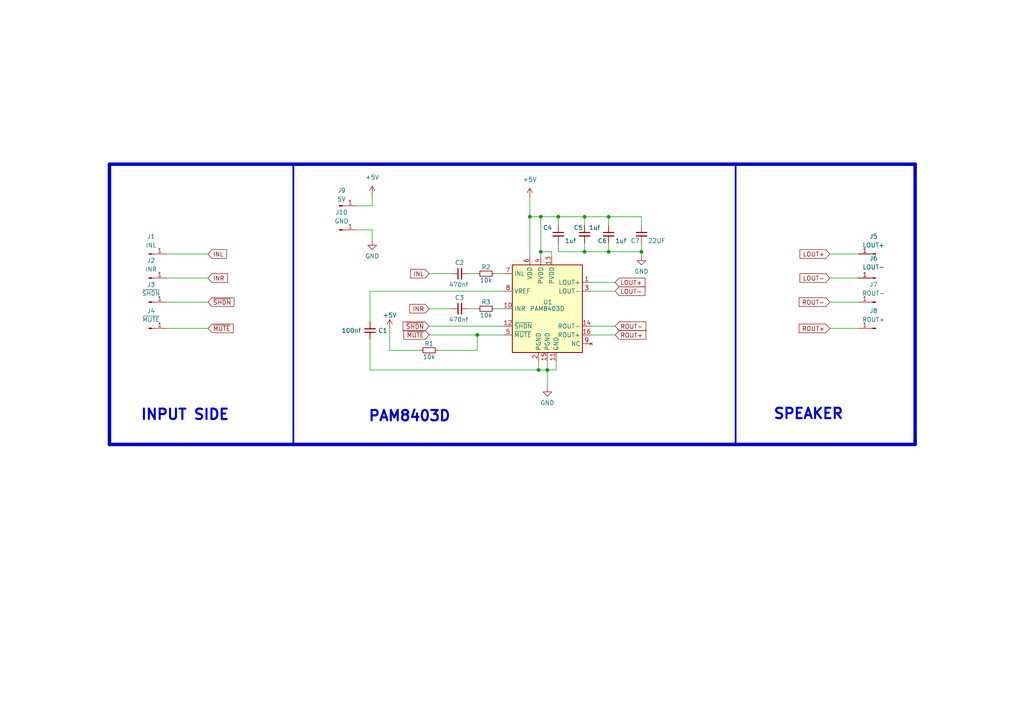
<source format=kicad_sch>
(kicad_sch (version 20211123) (generator eeschema)
  (paper "A4")
  (title_block (title "PAM8403D-KIT") (company "SPECIFIC_ELECTRONICS") (comment 1 "Author - Debraj Das") (comment 2 "Date - 1/11/2022"))
  (lib_symbols
    (symbol "Amplifier_Audio:PAM8403D"
      (property "Reference" "U?" (at -15.875 24.13 0))
      (property "Value" "PAM8403D" (at -19.685 22.225 0))
      (symbol "PAM8403D_0_1"
        (rectangle (start -10.16 12.7) (end 10.16 -12.7) (stroke (width 0.254)) (fill (type background)))
      )
      (symbol "PAM8403D_1_1"
        (pin output line (at 12.7 7.62 180) (length 2.54) (name "LOUT+") (number "1"))
        (pin input line (at -12.7 0 0) (length 2.54) (name "INR") (number "10"))
        (pin power_in line (at 2.54 -15.24 90) (length 2.54) (name "GND") (number "11"))
        (pin input line (at -12.7 -5.08 0) (length 2.54) (name "~{SHDN}") (number "12"))
        (pin input line (at 1.27 15.24 270) (length 2.54) (name "PVDD") (number "13"))
        (pin output line (at 12.7 -5.08 180) (length 2.54) (name "ROUT-") (number "14"))
        (pin passive line (at 0 -15.24 90) (length 2.54) (name "PGND") (number "15"))
        (pin output line (at 12.7 -7.62 180) (length 2.54) (name "ROUT+") (number "16"))
        (pin power_in line (at -2.54 -15.24 90) (length 2.54) (name "PGND") (number "2"))
        (pin output line (at 12.7 5.08 180) (length 2.54) (name "LOUT-") (number "3"))
        (pin power_in line (at -1.905 15.24 270) (length 2.54) (name "PVDD") (number "4"))
        (pin input line (at -12.7 -7.62 0) (length 2.54) (name "~{MUTE}") (number "5"))
        (pin power_in line (at -5.08 15.24 270) (length 2.54) (name "VDD") (number "6"))
        (pin input line (at -12.7 10.16 0) (length 2.54) (name "INL") (number "7"))
        (pin input line (at -12.7 5.08 0) (length 2.54) (name "VREF") (number "8"))
        (pin no_connect line (at 12.7 -10.16 180) (length 2.54) (name "NC") (number "9"))
      )
    )
    (symbol "Connector:Conn_01x01_Male" (pin_names (offset 1.016) hide)
      (property "Reference" "J" (at 0 2.54 0))
      (property "Value" "Conn_01x01_Male" (at 0 -2.54 0))
      (symbol "Conn_01x01_Male_1_1"
        (polyline (pts (xy 1.27 0) (xy 0.8636 0)) (stroke (width 0.1524)))
        (rectangle (start 0.8636 0.127) (end 0 -0.127) (stroke (width 0.1524)) (fill (type outline)))
        (pin passive line (at 5.08 0 180) (length 3.81) (name "Pin_1") (number "1"))
      )
    )
    (symbol "Device:C_Small" (pin_numbers hide) (pin_names (offset 0.254) hide)
      (property "Reference" "C" (at 0.254 1.778 0))
      (property "Value" "C_Small" (at 0.254 -2.032 0))
      (symbol "C_Small_0_1"
        (polyline (pts (xy -1.524 -0.508) (xy 1.524 -0.508)) (stroke (width 0.3302)))
        (polyline (pts (xy -1.524 0.508) (xy 1.524 0.508)) (stroke (width 0.3048)))
      )
      (symbol "C_Small_1_1"
        (pin passive line (at 0 2.54 270) (length 2.032) (name "~") (number "1"))
        (pin passive line (at 0 -2.54 90) (length 2.032) (name "~") (number "2"))
      )
    )
    (symbol "Device:R_Small" (pin_numbers hide) (pin_names (offset 0.254) hide)
      (property "Reference" "R" (at 0.762 0.508 0))
      (property "Value" "R_Small" (at 0.762 -1.016 0))
      (symbol "R_Small_0_1"
        (rectangle (start -0.762 1.778) (end 0.762 -1.778) (stroke (width 0.2032)))
      )
      (symbol "R_Small_1_1"
        (pin passive line (at 0 2.54 270) (length 0.762) (name "~") (number "1"))
        (pin passive line (at 0 -2.54 90) (length 0.762) (name "~") (number "2"))
      )
    )
    (symbol "power:+5V" (power) (pin_names (offset 0))
      (property "Value" "+5V" (at 0 3.556 0))
      (symbol "+5V_0_1"
        (polyline (pts (xy -0.762 1.27) (xy 0 2.54)))
        (polyline (pts (xy 0 0) (xy 0 2.54)))
        (polyline (pts (xy 0 2.54) (xy 0.762 1.27)))
      )
      (symbol "+5V_1_1"
        (pin power_in line (at 0 0 90) (length 0) hide (name "+5V") (number "1"))
      )
    )
    (symbol "power:GND" (power) (pin_names (offset 0))
      (property "Value" "GND" (at 0 -3.81 0))
      (symbol "GND_0_1"
        (polyline (pts (xy 0 0) (xy 0 -1.27) (xy 1.27 -1.27) (xy 0 -2.54) (xy -1.27 -1.27) (xy 0 -1.27)))
      )
      (symbol "GND_1_1"
        (pin power_in line (at 0 0 270) (length 0) hide (name "GND") (number "1"))
      )
    )
  )
  (junction (at 161.925 62.865))
  (junction (at 158.75 107.315))
  (junction (at 156.845 73.025))
  (junction (at 156.845 62.865))
  (junction (at 153.67 62.865))
  (junction (at 169.545 73.025))
  (junction (at 138.43 97.155))
  (junction (at 186.055 73.025))
  (junction (at 156.21 107.315))
  (junction (at 169.545 62.865))
  (junction (at 176.53 62.865))
  (junction (at 176.53 73.025))
  (wire (pts (xy 161.925 70.485) (xy 161.925 73.025)))
  (wire (pts (xy 161.29 104.775) (xy 161.29 107.315)))
  (wire (pts (xy 107.315 93.345) (xy 107.315 84.455)))
  (polyline (pts (xy 31.75 47.625) (xy 265.43 47.625)) (stroke (width 1) (type solid)))
  (wire (pts (xy 153.67 62.865) (xy 156.845 62.865)))
  (wire (pts (xy 124.46 89.535) (xy 130.81 89.535)))
  (wire (pts (xy 113.03 95.25) (xy 113.03 101.6)))
  (wire (pts (xy 240.665 80.645) (xy 248.92 80.645)))
  (polyline (pts (xy 31.75 47.625) (xy 31.75 128.905)) (stroke (width 1) (type solid)))
  (wire (pts (xy 171.45 81.915) (xy 178.435 81.915)))
  (wire (pts (xy 156.21 104.775) (xy 156.21 107.315)))
  (wire (pts (xy 138.43 97.155) (xy 138.43 101.6)))
  (wire (pts (xy 124.46 94.615) (xy 146.05 94.615)))
  (polyline (pts (xy 213.36 47.625) (xy 213.36 128.905)) (stroke (width 0.5) (type solid)))
  (wire (pts (xy 113.03 101.6) (xy 121.92 101.6)))
  (wire (pts (xy 186.055 73.025) (xy 186.055 74.295)))
  (wire (pts (xy 158.75 104.775) (xy 158.75 107.315)))
  (wire (pts (xy 124.46 79.375) (xy 130.81 79.375)))
  (polyline (pts (xy 85.09 47.625) (xy 85.09 128.905)) (stroke (width 0.5) (type solid)))
  (wire (pts (xy 48.26 87.63) (xy 60.325 87.63)))
  (wire (pts (xy 161.925 62.865) (xy 169.545 62.865)))
  (wire (pts (xy 158.75 107.315) (xy 158.75 112.395)))
  (wire (pts (xy 160.02 73.025) (xy 156.845 73.025)))
  (wire (pts (xy 169.545 70.485) (xy 169.545 73.025)))
  (wire (pts (xy 171.45 94.615) (xy 178.435 94.615)))
  (wire (pts (xy 135.89 89.535) (xy 138.43 89.535)))
  (wire (pts (xy 48.26 73.66) (xy 60.325 73.66)))
  (wire (pts (xy 156.845 74.295) (xy 156.845 73.025)))
  (wire (pts (xy 156.21 107.315) (xy 158.75 107.315)))
  (wire (pts (xy 138.43 97.155) (xy 146.05 97.155)))
  (wire (pts (xy 107.315 98.425) (xy 107.315 107.315)))
  (polyline (pts (xy 265.43 128.905) (xy 31.75 128.905)) (stroke (width 1) (type solid)))
  (wire (pts (xy 176.53 73.025) (xy 186.055 73.025)))
  (wire (pts (xy 161.29 107.315) (xy 158.75 107.315)))
  (wire (pts (xy 161.925 73.025) (xy 169.545 73.025)))
  (wire (pts (xy 127 101.6) (xy 138.43 101.6)))
  (wire (pts (xy 186.055 70.485) (xy 186.055 73.025)))
  (wire (pts (xy 171.45 97.155) (xy 178.435 97.155)))
  (wire (pts (xy 107.315 84.455) (xy 146.05 84.455)))
  (wire (pts (xy 186.055 65.405) (xy 186.055 62.865)))
  (wire (pts (xy 48.26 80.645) (xy 60.325 80.645)))
  (wire (pts (xy 176.53 73.025) (xy 176.53 70.485)))
  (polyline (pts (xy 265.43 47.625) (xy 265.43 128.905)) (stroke (width 1) (type solid)))
  (wire (pts (xy 171.45 84.455) (xy 178.435 84.455)))
  (wire (pts (xy 107.95 59.69) (xy 107.95 56.515)))
  (wire (pts (xy 156.845 73.025) (xy 156.845 62.865)))
  (wire (pts (xy 143.51 89.535) (xy 146.05 89.535)))
  (wire (pts (xy 135.89 79.375) (xy 138.43 79.375)))
  (wire (pts (xy 107.95 66.675) (xy 107.95 69.85)))
  (wire (pts (xy 240.665 95.25) (xy 248.92 95.25)))
  (wire (pts (xy 240.665 87.63) (xy 248.92 87.63)))
  (wire (pts (xy 48.26 95.25) (xy 60.325 95.25)))
  (wire (pts (xy 161.925 62.865) (xy 161.925 65.405)))
  (wire (pts (xy 156.845 62.865) (xy 161.925 62.865)))
  (wire (pts (xy 124.46 97.155) (xy 138.43 97.155)))
  (wire (pts (xy 103.505 59.69) (xy 107.95 59.69)))
  (wire (pts (xy 103.505 66.675) (xy 107.95 66.675)))
  (wire (pts (xy 186.055 62.865) (xy 176.53 62.865)))
  (wire (pts (xy 153.67 57.15) (xy 153.67 62.865)))
  (wire (pts (xy 169.545 62.865) (xy 169.545 65.405)))
  (wire (pts (xy 169.545 73.025) (xy 176.53 73.025)))
  (wire (pts (xy 176.53 62.865) (xy 176.53 65.405)))
  (polyline (pts (xy 97.155 128.905) (xy 96.52 128.905)))
  (wire (pts (xy 169.545 62.865) (xy 176.53 62.865)))
  (wire (pts (xy 153.67 74.295) (xy 153.67 62.865)))
  (wire (pts (xy 160.02 74.295) (xy 160.02 73.025)))
  (wire (pts (xy 240.665 73.66) (xy 248.92 73.66)))
  (wire (pts (xy 143.51 79.375) (xy 146.05 79.375)))
  (wire (pts (xy 107.315 107.315) (xy 156.21 107.315)))
  (text "PAM8403D" (at 106.68 122.555 0) (effects (font (size 3 3) (thickness 0.6) bold) (justify left bottom)))
  (text "INPUT SIDE\n\n" (at 40.64 127 0) (effects (font (size 3 3) (thickness 0.6) bold) (justify left bottom)))
  (text "SPEAKER\n" (at 224.155 121.92 0) (effects (font (size 3 3) (thickness 0.6) bold) (justify left bottom)))
  (global_label "ROUT-" (shape input) (at 240.665 87.63 180) (property "Intersheet References" "${INTERSHEET_REFS}" (effects hide)))
  (global_label "INL" (shape input) (at 60.325 73.66 0) (property "Intersheet References" "${INTERSHEET_REFS}" (effects hide)))
  (global_label "~{SHDN}" (shape input) (at 60.325 87.63 0) (property "Intersheet References" "${INTERSHEET_REFS}" (effects hide)))
  (global_label "INR" (shape input) (at 124.46 89.535 180) (property "Intersheet References" "${INTERSHEET_REFS}" (effects hide)))
  (global_label "LOUT-" (shape input) (at 240.665 80.645 180) (property "Intersheet References" "${INTERSHEET_REFS}" (effects hide)))
  (global_label "INL" (shape input) (at 124.46 79.375 180) (property "Intersheet References" "${INTERSHEET_REFS}" (effects hide)))
  (global_label "ROUT-" (shape input) (at 178.435 94.615 0) (property "Intersheet References" "${INTERSHEET_REFS}" (effects hide)))
  (global_label "LOUT+" (shape input) (at 178.435 81.915 0) (property "Intersheet References" "${INTERSHEET_REFS}" (effects hide)))
  (global_label "ROUT+" (shape input) (at 178.435 97.155 0) (property "Intersheet References" "${INTERSHEET_REFS}" (effects hide)))
  (global_label "~{SHDN}" (shape input) (at 124.46 94.615 180) (property "Intersheet References" "${INTERSHEET_REFS}" (effects hide)))
  (global_label "LOUT+" (shape input) (at 240.665 73.66 180) (property "Intersheet References" "${INTERSHEET_REFS}" (effects hide)))
  (global_label "INR" (shape input) (at 60.325 80.645 0) (property "Intersheet References" "${INTERSHEET_REFS}" (effects hide)))
  (global_label "LOUT-" (shape input) (at 178.435 84.455 0) (property "Intersheet References" "${INTERSHEET_REFS}" (effects hide)))
  (global_label "ROUT+" (shape input) (at 240.665 95.25 180) (property "Intersheet References" "${INTERSHEET_REFS}" (effects hide)))
  (global_label "~{MUTE}" (shape input) (at 124.46 97.155 180) (property "Intersheet References" "${INTERSHEET_REFS}" (effects hide)))
  (global_label "~{MUTE}" (shape input) (at 60.325 95.25 0) (property "Intersheet References" "${INTERSHEET_REFS}" (effects hide)))
  (symbol (lib_id "power:GND") (at 107.95 69.85 0) (unit 1)
    (property "Reference" "#PWR06" (effects hide))
    (property "Value" "GND" (at 107.95 74.295 0))
  )
  (symbol (lib_id "Device:R_Small") (at 140.97 89.535 90) (unit 1)
    (property "Reference" "R3" (at 140.97 87.63 90))
    (property "Value" "10k" (at 140.97 91.44 90))
    (property "Footprint" "Resistor_SMD:R_0603_1608Metric_Pad0.98x0.95mm_HandSolder" (effects hide))
  )
  (symbol (lib_id "Connector:Conn_01x01_Male") (at 43.18 95.25 0) (unit 1)
    (property "Reference" "J4" (at 43.815 90.17 0))
    (property "Value" "~{MUTE}" (at 43.815 92.71 0))
    (property "Footprint" "Connector_PinHeader_1.27mm:PinHeader_1x01_P1.27mm_Vertical" (effects hide))
  )
  (symbol (lib_id "Device:C_Small") (at 186.055 67.945 0) (unit 1)
    (property "Reference" "C7" (at 182.88 69.85 0) (effects (justify left)))
    (property "Value" "22UF" (at 187.96 69.85 0) (effects (justify left)))
    (property "Footprint" "Capacitor_SMD:C_0805_2012Metric_Pad1.18x1.45mm_HandSolder" (effects hide))
  )
  (symbol (lib_id "Connector:Conn_01x01_Male") (at 43.18 87.63 0) (unit 1)
    (property "Reference" "J3" (at 43.815 82.55 0))
    (property "Value" "~{SHDN}" (at 43.815 85.09 0))
    (property "Footprint" "Connector_PinHeader_1.27mm:PinHeader_1x01_P1.27mm_Vertical" (effects hide))
  )
  (symbol (lib_id "Connector:Conn_01x01_Male") (at 98.425 59.69 0) (unit 1)
    (property "Reference" "J9" (at 99.06 55.245 0))
    (property "Value" "5V" (at 99.06 57.785 0))
    (property "Footprint" "Connector_PinHeader_1.27mm:PinHeader_1x01_P1.27mm_Vertical" (effects hide))
  )
  (symbol (lib_id "Device:C_Small") (at 169.545 67.945 0) (unit 1)
    (property "Reference" "C5" (at 166.37 66.04 0) (effects (justify left)))
    (property "Value" "1uf" (at 170.815 66.04 0) (effects (justify left)))
    (property "Footprint" "Capacitor_SMD:C_0603_1608Metric_Pad1.08x0.95mm_HandSolder" (effects hide))
  )
  (symbol (lib_id "Connector:Conn_01x01_Male") (at 254 87.63 0) (mirror y) (unit 1)
    (property "Reference" "J7" (at 253.365 82.55 0))
    (property "Value" "ROUT-" (at 253.365 85.09 0))
    (property "Footprint" "Connector_PinHeader_1.27mm:PinHeader_1x01_P1.27mm_Vertical" (effects hide))
  )
  (symbol (lib_id "Connector:Conn_01x01_Male") (at 254 80.645 0) (mirror y) (unit 1)
    (property "Reference" "J6" (at 253.365 74.93 0))
    (property "Value" "LOUT-" (at 253.365 77.47 0))
    (property "Footprint" "Connector_PinHeader_1.27mm:PinHeader_1x01_P1.27mm_Vertical" (effects hide))
  )
  (symbol (lib_id "Amplifier_Audio:PAM8403D") (at 158.75 89.535 0) (unit 1)
    (property "Reference" "U1" (at 157.48 87.63 0) (effects (justify left)))
    (property "Value" "PAM8403D" (at 153.67 89.535 0) (effects (justify left)))
    (property "Footprint" "Package_SO:SOP-16_3.9x9.9mm_P1.27mm" (effects hide))
    (property "Datasheet" "https://www.diodes.com/assets/Datasheets/PAM8403.pdf" (effects hide))
  )
  (symbol (lib_id "Device:C_Small") (at 107.315 95.885 180) (unit 1)
    (property "Reference" "C1" (at 112.395 95.885 0) (effects (justify left)))
    (property "Value" "100nf" (at 104.775 95.885 0) (effects (justify left)))
    (property "Footprint" "Capacitor_SMD:C_0603_1608Metric_Pad1.08x0.95mm_HandSolder" (effects hide))
  )
  (symbol (lib_id "power:GND") (at 186.055 74.295 0) (unit 1)
    (property "Reference" "#PWR04" (effects hide))
    (property "Value" "GND" (at 186.055 78.74 0))
  )
  (symbol (lib_id "power:+5V") (at 113.03 95.25 0) (unit 1)
    (property "Reference" "#PWR01" (effects hide))
    (property "Value" "+5V" (at 113.03 91.44 0))
  )
  (symbol (lib_id "Connector:Conn_01x01_Male") (at 43.18 73.66 0) (unit 1)
    (property "Reference" "J1" (at 43.815 68.58 0))
    (property "Value" "INL" (at 43.815 71.12 0))
    (property "Footprint" "Connector_PinHeader_1.27mm:PinHeader_1x01_P1.27mm_Vertical" (effects hide))
  )
  (symbol (lib_id "power:GND") (at 158.75 112.395 0) (unit 1)
    (property "Reference" "#PWR03" (effects hide))
    (property "Value" "GND" (at 158.75 116.84 0))
  )
  (symbol (lib_id "Connector:Conn_01x01_Male") (at 43.18 80.645 0) (unit 1)
    (property "Reference" "J2" (at 43.815 75.565 0))
    (property "Value" "INR" (at 43.815 78.105 0))
    (property "Footprint" "Connector_PinHeader_1.27mm:PinHeader_1x01_P1.27mm_Vertical" (effects hide))
  )
  (symbol (lib_id "Connector:Conn_01x01_Male") (at 254 95.25 0) (mirror y) (unit 1)
    (property "Reference" "J8" (at 253.365 90.17 0))
    (property "Value" "ROUT+" (at 253.365 92.71 0))
    (property "Footprint" "Connector_PinHeader_1.27mm:PinHeader_1x01_P1.27mm_Vertical" (effects hide))
  )
  (symbol (lib_id "Device:C_Small") (at 161.925 67.945 0) (unit 1)
    (property "Reference" "C4" (at 157.48 66.04 0) (effects (justify left)))
    (property "Value" "1uf" (at 163.83 69.85 0) (effects (justify left)))
    (property "Footprint" "Capacitor_SMD:C_0603_1608Metric_Pad1.08x0.95mm_HandSolder" (effects hide))
  )
  (symbol (lib_id "Device:C_Small") (at 133.35 79.375 90) (unit 1)
    (property "Reference" "C2" (at 134.62 76.2 90) (effects (justify left)))
    (property "Value" "470nf" (at 135.89 82.55 90) (effects (justify left)))
    (property "Footprint" "Capacitor_SMD:C_0603_1608Metric_Pad1.08x0.95mm_HandSolder" (effects hide))
  )
  (symbol (lib_id "Device:R_Small") (at 140.97 79.375 90) (unit 1)
    (property "Reference" "R2" (at 140.97 77.47 90))
    (property "Value" "10k" (at 140.97 81.28 90))
    (property "Footprint" "Resistor_SMD:R_0603_1608Metric_Pad0.98x0.95mm_HandSolder" (effects hide))
  )
  (symbol (lib_id "Device:R_Small") (at 124.46 101.6 90) (unit 1)
    (property "Reference" "R1" (at 124.46 99.695 90))
    (property "Value" "10k" (at 124.46 103.505 90))
    (property "Footprint" "Resistor_SMD:R_0603_1608Metric_Pad0.98x0.95mm_HandSolder" (effects hide))
  )
  (symbol (lib_id "Connector:Conn_01x01_Male") (at 254 73.66 0) (mirror y) (unit 1)
    (property "Reference" "J5" (at 253.365 68.58 0))
    (property "Value" "LOUT+" (at 253.365 71.12 0))
    (property "Footprint" "Connector_PinHeader_1.27mm:PinHeader_1x01_P1.27mm_Vertical" (effects hide))
  )
  (symbol (lib_id "power:+5V") (at 107.95 56.515 0) (unit 1)
    (property "Reference" "#PWR05" (effects hide))
    (property "Value" "+5V" (at 107.95 51.435 0))
  )
  (symbol (lib_id "Device:C_Small") (at 133.35 89.535 90) (unit 1)
    (property "Reference" "C3" (at 134.62 86.36 90) (effects (justify left)))
    (property "Value" "470nf" (at 135.89 92.71 90) (effects (justify left)))
    (property "Footprint" "Capacitor_SMD:C_0603_1608Metric_Pad1.08x0.95mm_HandSolder" (effects hide))
  )
  (symbol (lib_id "Device:C_Small") (at 176.53 67.945 0) (unit 1)
    (property "Reference" "C6" (at 173.355 69.85 0) (effects (justify left)))
    (property "Value" "1uf" (at 178.435 69.85 0) (effects (justify left)))
    (property "Footprint" "Capacitor_SMD:C_0603_1608Metric_Pad1.08x0.95mm_HandSolder" (effects hide))
  )
  (symbol (lib_id "Connector:Conn_01x01_Male") (at 98.425 66.675 0) (unit 1)
    (property "Reference" "J10" (at 99.06 61.595 0))
    (property "Value" "GND" (at 99.06 64.135 0))
    (property "Footprint" "Connector_PinHeader_1.27mm:PinHeader_1x01_P1.27mm_Vertical" (effects hide))
  )
  (symbol (lib_id "power:+5V") (at 153.67 57.15 0) (unit 1)
    (property "Reference" "#PWR02" (effects hide))
    (property "Value" "+5V" (at 153.67 52.07 0))
  )
)
</source>
